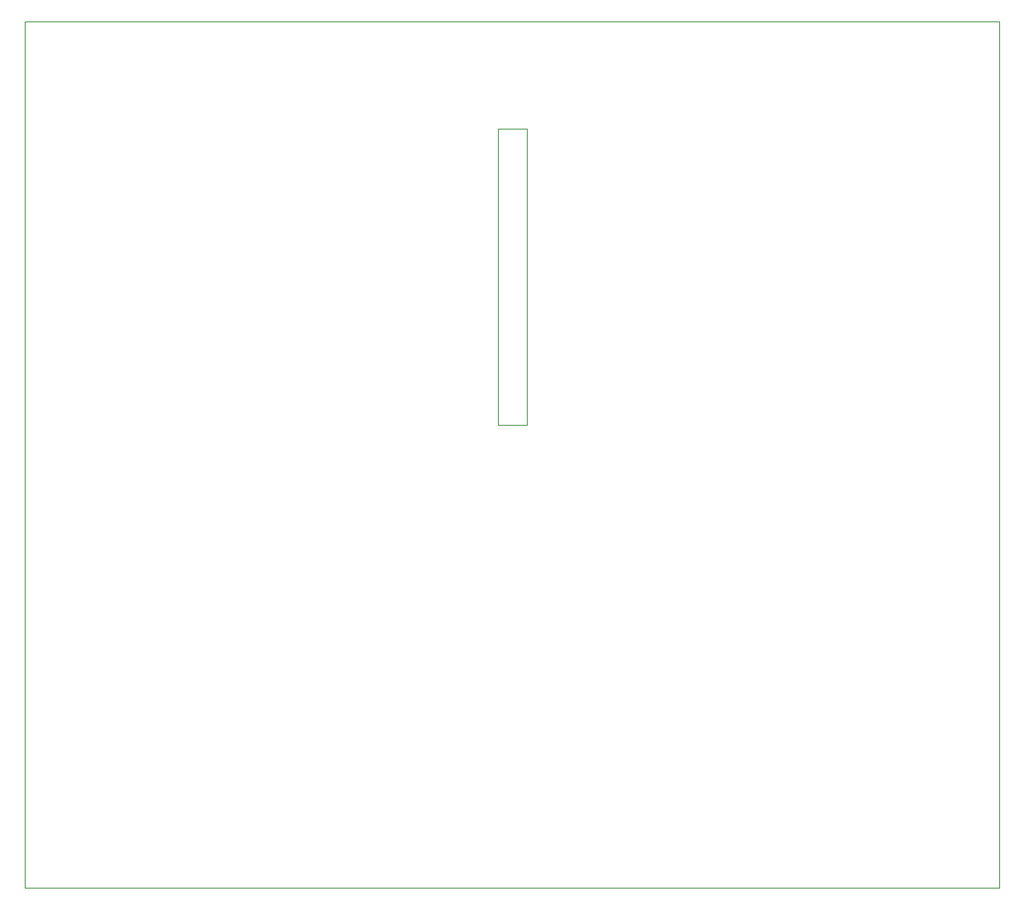
<source format=gm1>
G04 #@! TF.GenerationSoftware,KiCad,Pcbnew,5.0.1*
G04 #@! TF.CreationDate,2019-01-21T10:49:25+01:00*
G04 #@! TF.ProjectId,base,626173652E6B696361645F7063620000,rev?*
G04 #@! TF.SameCoordinates,Original*
G04 #@! TF.FileFunction,Profile,NP*
%FSLAX46Y46*%
G04 Gerber Fmt 4.6, Leading zero omitted, Abs format (unit mm)*
G04 Created by KiCad (PCBNEW 5.0.1) date Mon Jan 21 10:49:25 2019*
%MOMM*%
%LPD*%
G01*
G04 APERTURE LIST*
%ADD10C,0.100000*%
G04 APERTURE END LIST*
D10*
X-49860285Y45158163D02*
X50009154Y45158163D01*
X50009154Y45158163D02*
X50009154Y-43734629D01*
X50009154Y-43734629D02*
X-49860285Y-43734629D01*
X-49860285Y-43734629D02*
X-49860285Y45158163D01*
X-1319971Y34152133D02*
X1628680Y34152133D01*
X1628680Y34152133D02*
X1628680Y3810778D01*
X1628680Y3810778D02*
X-1319971Y3810778D01*
X-1319971Y3810778D02*
X-1319971Y34152133D01*
M02*

</source>
